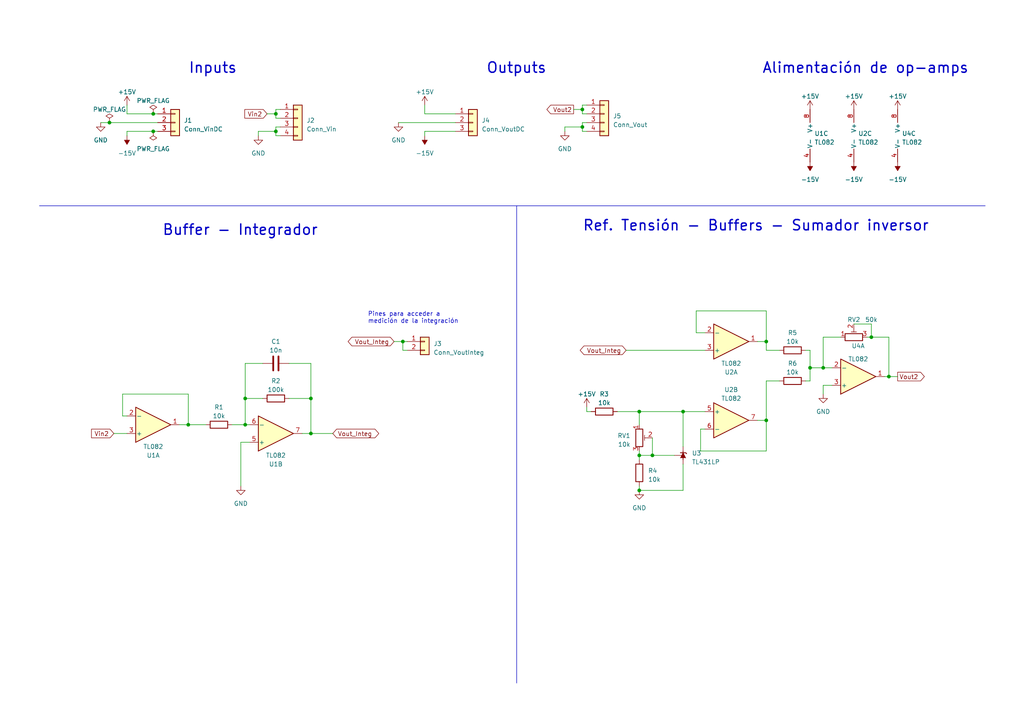
<source format=kicad_sch>
(kicad_sch (version 20230121) (generator eeschema)
  (paper "A4")
  (lib_symbols
    (symbol "Amplifier_Operational:TL082" (pin_names (offset 0.127))
      (property "Reference" "U" (at 0 5.08 0))
      (property "Value" "TL082" (at 0 -5.08 0))
      (symbol "TL082_1_1"
        (polyline (pts (xy -5.08 5.08) (xy 5.08 0) (xy -5.08 -5.08) (xy -5.08 5.08)) (stroke (width 0.254)) (fill (type background)))
        (pin output line (at 7.62 0 180) (length 2.54) (name "~") (number "1"))
        (pin input line (at -7.62 -2.54 0) (length 2.54) (name "-") (number "2"))
        (pin input line (at -7.62 2.54 0) (length 2.54) (name "+") (number "3"))
      )
      (symbol "TL082_2_1"
        (polyline (pts (xy -5.08 5.08) (xy 5.08 0) (xy -5.08 -5.08) (xy -5.08 5.08)) (stroke (width 0.254)) (fill (type background)))
        (pin input line (at -7.62 2.54 0) (length 2.54) (name "+") (number "5"))
        (pin input line (at -7.62 -2.54 0) (length 2.54) (name "-") (number "6"))
        (pin output line (at 7.62 0 180) (length 2.54) (name "~") (number "7"))
      )
      (symbol "TL082_3_1"
        (pin power_in line (at -2.54 -7.62 90) (length 3.81) (name "V-") (number "4"))
        (pin power_in line (at -2.54 7.62 270) (length 3.81) (name "V+") (number "8"))
      )
    )
    (symbol "Connector_Generic:Conn_01x02" (pin_names (offset 1.016) hide)
      (property "Reference" "J" (at 0 2.54 0))
      (property "Value" "Conn_01x02" (at 0 -5.08 0))
      (symbol "Conn_01x02_1_1"
        (rectangle (start -1.27 -2.413) (end 0 -2.667) (stroke (width 0.1524)))
        (rectangle (start -1.27 0.127) (end 0 -0.127) (stroke (width 0.1524)))
        (rectangle (start -1.27 1.27) (end 1.27 -3.81) (stroke (width 0.254)) (fill (type background)))
        (pin passive line (at -5.08 0 0) (length 3.81) (name "Pin_1") (number "1"))
        (pin passive line (at -5.08 -2.54 0) (length 3.81) (name "Pin_2") (number "2"))
      )
    )
    (symbol "Connector_Generic:Conn_01x03" (pin_names (offset 1.016) hide)
      (property "Reference" "J" (at 0 5.08 0))
      (property "Value" "Conn_01x03" (at 0 -5.08 0))
      (symbol "Conn_01x03_1_1"
        (rectangle (start -1.27 -2.413) (end 0 -2.667) (stroke (width 0.1524)))
        (rectangle (start -1.27 0.127) (end 0 -0.127) (stroke (width 0.1524)))
        (rectangle (start -1.27 2.667) (end 0 2.413) (stroke (width 0.1524)))
        (rectangle (start -1.27 3.81) (end 1.27 -3.81) (stroke (width 0.254)) (fill (type background)))
        (pin passive line (at -5.08 2.54 0) (length 3.81) (name "Pin_1") (number "1"))
        (pin passive line (at -5.08 0 0) (length 3.81) (name "Pin_2") (number "2"))
        (pin passive line (at -5.08 -2.54 0) (length 3.81) (name "Pin_3") (number "3"))
      )
    )
    (symbol "Connector_Generic:Conn_01x04" (pin_names (offset 1.016) hide)
      (property "Reference" "J" (at 0 5.08 0))
      (property "Value" "Conn_01x04" (at 0 -7.62 0))
      (symbol "Conn_01x04_1_1"
        (rectangle (start -1.27 -4.953) (end 0 -5.207) (stroke (width 0.1524)))
        (rectangle (start -1.27 -2.413) (end 0 -2.667) (stroke (width 0.1524)))
        (rectangle (start -1.27 0.127) (end 0 -0.127) (stroke (width 0.1524)))
        (rectangle (start -1.27 2.667) (end 0 2.413) (stroke (width 0.1524)))
        (rectangle (start -1.27 3.81) (end 1.27 -6.35) (stroke (width 0.254)) (fill (type background)))
        (pin passive line (at -5.08 2.54 0) (length 3.81) (name "Pin_1") (number "1"))
        (pin passive line (at -5.08 0 0) (length 3.81) (name "Pin_2") (number "2"))
        (pin passive line (at -5.08 -2.54 0) (length 3.81) (name "Pin_3") (number "3"))
        (pin passive line (at -5.08 -5.08 0) (length 3.81) (name "Pin_4") (number "4"))
      )
    )
    (symbol "Device:C" (pin_numbers hide) (pin_names (offset 0.254))
      (property "Reference" "C" (at 0.635 2.54 0))
      (property "Value" "C" (at 0.635 -2.54 0))
      (symbol "C_0_1"
        (polyline (pts (xy -2.032 -0.762) (xy 2.032 -0.762)) (stroke (width 0.508)))
        (polyline (pts (xy -2.032 0.762) (xy 2.032 0.762)) (stroke (width 0.508)))
      )
      (symbol "C_1_1"
        (pin passive line (at 0 3.81 270) (length 2.794) (name "~") (number "1"))
        (pin passive line (at 0 -3.81 90) (length 2.794) (name "~") (number "2"))
      )
    )
    (symbol "Device:R" (pin_numbers hide) (pin_names (offset 0))
      (property "Reference" "R" (at 2.032 0 90))
      (property "Value" "R" (at 0 0 90))
      (symbol "R_0_1"
        (rectangle (start -1.016 -2.54) (end 1.016 2.54) (stroke (width 0.254)))
      )
      (symbol "R_1_1"
        (pin passive line (at 0 3.81 270) (length 1.27) (name "~") (number "1"))
        (pin passive line (at 0 -3.81 90) (length 1.27) (name "~") (number "2"))
      )
    )
    (symbol "Device:R_Potentiometer_Trim" (pin_names (offset 1.016) hide)
      (property "Reference" "RV" (at -4.445 0 90))
      (property "Value" "R_Potentiometer_Trim" (at -2.54 0 90))
      (symbol "R_Potentiometer_Trim_0_1"
        (polyline (pts (xy 1.524 0.762) (xy 1.524 -0.762)))
        (polyline (pts (xy 2.54 0) (xy 1.524 0)))
        (rectangle (start 1.016 2.54) (end -1.016 -2.54) (stroke (width 0.254)))
      )
      (symbol "R_Potentiometer_Trim_1_1"
        (pin passive line (at 0 3.81 270) (length 1.27) (name "1") (number "1"))
        (pin passive line (at 3.81 0 180) (length 1.27) (name "2") (number "2"))
        (pin passive line (at 0 -3.81 90) (length 1.27) (name "3") (number "3"))
      )
    )
    (symbol "Reference_Voltage:TL431LP" (pin_numbers hide) (pin_names hide)
      (property "Reference" "U" (at -2.54 2.54 0))
      (property "Value" "TL431LP" (at 0 -2.54 0))
      (symbol "TL431LP_0_1"
        (polyline (pts (xy -1.27 0) (xy 0 0) (xy 1.27 0)))
        (polyline (pts (xy -0.762 0.762) (xy 0.762 0) (xy -0.762 -0.762)) (fill (type outline)))
        (polyline (pts (xy 0.508 -1.016) (xy 0.762 -0.762) (xy 0.762 0.762) (xy 0.762 0.762)) (stroke (width 0.254)))
      )
      (symbol "TL431LP_1_1"
        (pin passive line (at 0 2.54 270) (length 2.54) (name "REF") (number "1"))
        (pin passive line (at -2.54 0 0) (length 2.54) (name "A") (number "2"))
        (pin passive line (at 2.54 0 180) (length 2.54) (name "K") (number "3"))
      )
    )
    (symbol "power:+15V" (power) (pin_names (offset 0))
      (property "Value" "+15V" (at 0 3.556 0))
      (symbol "+15V_0_1"
        (polyline (pts (xy -0.762 1.27) (xy 0 2.54)))
        (polyline (pts (xy 0 0) (xy 0 2.54)))
        (polyline (pts (xy 0 2.54) (xy 0.762 1.27)))
      )
      (symbol "+15V_1_1"
        (pin power_in line (at 0 0 90) (length 0) hide (name "+15V") (number "1"))
      )
    )
    (symbol "power:-15V" (power) (pin_names (offset 0))
      (property "Value" "-15V" (at 0 3.81 0))
      (symbol "-15V_0_0"
        (pin power_in line (at 0 0 90) (length 0) hide (name "-15V") (number "1"))
      )
      (symbol "-15V_0_1"
        (polyline (pts (xy 0 0) (xy 0 1.27) (xy 0.762 1.27) (xy 0 2.54) (xy -0.762 1.27) (xy 0 1.27)) (fill (type outline)))
      )
    )
    (symbol "power:GND" (power) (pin_names (offset 0))
      (property "Value" "GND" (at 0 -3.81 0))
      (symbol "GND_0_1"
        (polyline (pts (xy 0 0) (xy 0 -1.27) (xy 1.27 -1.27) (xy 0 -2.54) (xy -1.27 -1.27) (xy 0 -1.27)))
      )
      (symbol "GND_1_1"
        (pin power_in line (at 0 0 270) (length 0) hide (name "GND") (number "1"))
      )
    )
    (symbol "power:PWR_FLAG" (power) (pin_numbers hide) (pin_names (offset 0) hide)
      (property "Value" "PWR_FLAG" (at 0 3.81 0))
      (symbol "PWR_FLAG_0_0"
        (pin power_out line (at 0 0 90) (length 0) (name "pwr") (number "1"))
      )
      (symbol "PWR_FLAG_0_1"
        (polyline (pts (xy 0 0) (xy 0 1.27) (xy -1.016 1.905) (xy 0 2.54) (xy 1.016 1.905) (xy 0 1.27)))
      )
    )
  )
  (junction (at 222.25 121.92))
  (junction (at 31.75 35.56))
  (junction (at 185.42 119.38))
  (junction (at 168.91 31.75))
  (junction (at 238.76 106.68))
  (junction (at 116.84 99.06))
  (junction (at 90.17 115.57))
  (junction (at 54.61 123.19))
  (junction (at 185.42 142.24))
  (junction (at 222.25 99.06))
  (junction (at 189.23 132.08))
  (junction (at 71.12 115.57))
  (junction (at 257.81 109.22))
  (junction (at 90.17 125.73))
  (junction (at 252.73 97.79))
  (junction (at 185.42 132.08))
  (junction (at 80.01 38.1))
  (junction (at 44.45 38.1))
  (junction (at 80.01 33.02))
  (junction (at 198.12 119.38))
  (junction (at 71.12 123.19))
  (junction (at 168.91 36.83))
  (junction (at 44.45 33.02))
  (junction (at 234.95 106.68))
  (wire (pts (xy 201.93 96.52) (xy 204.47 96.52)))
  (wire (pts (xy 222.25 90.17) (xy 201.93 90.17)))
  (wire (pts (xy 222.25 99.06) (xy 222.25 90.17)))
  (wire (pts (xy 185.42 140.97) (xy 185.42 142.24)))
  (wire (pts (xy 76.2 105.41) (xy 71.12 105.41)))
  (wire (pts (xy 90.17 105.41) (xy 90.17 115.57)))
  (polyline (pts (xy 149.86 59.69) (xy 149.86 198.12)))
  (wire (pts (xy 257.81 97.79) (xy 257.81 109.22)))
  (wire (pts (xy 163.83 36.83) (xy 163.83 38.1)))
  (wire (pts (xy 31.75 35.56) (xy 45.72 35.56)))
  (wire (pts (xy 189.23 127) (xy 189.23 132.08)))
  (wire (pts (xy 87.63 125.73) (xy 90.17 125.73)))
  (wire (pts (xy 203.2 130.81) (xy 222.25 130.81)))
  (wire (pts (xy 219.71 121.92) (xy 222.25 121.92)))
  (wire (pts (xy 114.3 99.06) (xy 116.84 99.06)))
  (wire (pts (xy 185.42 130.81) (xy 185.42 132.08)))
  (wire (pts (xy 166.37 31.75) (xy 168.91 31.75)))
  (wire (pts (xy 54.61 123.19) (xy 52.07 123.19)))
  (wire (pts (xy 35.56 114.3) (xy 54.61 114.3)))
  (wire (pts (xy 36.83 39.37) (xy 36.83 38.1)))
  (wire (pts (xy 222.25 121.92) (xy 222.25 130.81)))
  (wire (pts (xy 198.12 119.38) (xy 185.42 119.38)))
  (wire (pts (xy 185.42 132.08) (xy 189.23 132.08)))
  (wire (pts (xy 35.56 120.65) (xy 35.56 114.3)))
  (wire (pts (xy 90.17 125.73) (xy 96.52 125.73)))
  (wire (pts (xy 252.73 97.79) (xy 257.81 97.79)))
  (wire (pts (xy 179.07 119.38) (xy 185.42 119.38)))
  (wire (pts (xy 234.95 101.6) (xy 234.95 106.68)))
  (wire (pts (xy 123.19 33.02) (xy 132.08 33.02)))
  (wire (pts (xy 33.02 125.73) (xy 36.83 125.73)))
  (wire (pts (xy 54.61 123.19) (xy 59.69 123.19)))
  (wire (pts (xy 36.83 120.65) (xy 35.56 120.65)))
  (wire (pts (xy 170.18 33.02) (xy 168.91 33.02)))
  (wire (pts (xy 168.91 38.1) (xy 168.91 36.83)))
  (wire (pts (xy 44.45 33.02) (xy 45.72 33.02)))
  (wire (pts (xy 198.12 142.24) (xy 185.42 142.24)))
  (wire (pts (xy 238.76 106.68) (xy 241.3 106.68)))
  (wire (pts (xy 81.28 34.29) (xy 80.01 34.29)))
  (wire (pts (xy 80.01 36.83) (xy 81.28 36.83)))
  (wire (pts (xy 226.06 110.49) (xy 222.25 110.49)))
  (wire (pts (xy 44.45 38.1) (xy 45.72 38.1)))
  (wire (pts (xy 222.25 110.49) (xy 222.25 121.92)))
  (wire (pts (xy 185.42 132.08) (xy 185.42 133.35)))
  (wire (pts (xy 168.91 36.83) (xy 168.91 35.56)))
  (wire (pts (xy 118.11 101.6) (xy 116.84 101.6)))
  (wire (pts (xy 251.46 97.79) (xy 252.73 97.79)))
  (wire (pts (xy 189.23 132.08) (xy 195.58 132.08)))
  (wire (pts (xy 238.76 97.79) (xy 238.76 106.68)))
  (wire (pts (xy 36.83 38.1) (xy 44.45 38.1)))
  (wire (pts (xy 36.83 33.02) (xy 44.45 33.02)))
  (wire (pts (xy 170.18 118.11) (xy 170.18 119.38)))
  (wire (pts (xy 219.71 99.06) (xy 222.25 99.06)))
  (wire (pts (xy 116.84 99.06) (xy 118.11 99.06)))
  (wire (pts (xy 203.2 124.46) (xy 203.2 130.81)))
  (wire (pts (xy 123.19 39.37) (xy 123.19 38.1)))
  (wire (pts (xy 243.84 97.79) (xy 238.76 97.79)))
  (wire (pts (xy 234.95 106.68) (xy 238.76 106.68)))
  (wire (pts (xy 83.82 105.41) (xy 90.17 105.41)))
  (wire (pts (xy 123.19 38.1) (xy 132.08 38.1)))
  (wire (pts (xy 168.91 30.48) (xy 170.18 30.48)))
  (wire (pts (xy 226.06 101.6) (xy 222.25 101.6)))
  (wire (pts (xy 257.81 109.22) (xy 260.35 109.22)))
  (wire (pts (xy 238.76 111.76) (xy 238.76 114.3)))
  (wire (pts (xy 80.01 39.37) (xy 80.01 38.1)))
  (wire (pts (xy 71.12 115.57) (xy 71.12 123.19)))
  (wire (pts (xy 72.39 128.27) (xy 69.85 128.27)))
  (wire (pts (xy 171.45 119.38) (xy 170.18 119.38)))
  (wire (pts (xy 123.19 33.02) (xy 123.19 30.48)))
  (wire (pts (xy 201.93 90.17) (xy 201.93 96.52)))
  (wire (pts (xy 29.21 35.56) (xy 31.75 35.56)))
  (wire (pts (xy 168.91 33.02) (xy 168.91 31.75)))
  (wire (pts (xy 198.12 119.38) (xy 204.47 119.38)))
  (wire (pts (xy 234.95 106.68) (xy 234.95 110.49)))
  (wire (pts (xy 83.82 115.57) (xy 90.17 115.57)))
  (wire (pts (xy 77.47 33.02) (xy 80.01 33.02)))
  (wire (pts (xy 247.65 93.98) (xy 252.73 93.98)))
  (wire (pts (xy 204.47 124.46) (xy 203.2 124.46)))
  (wire (pts (xy 74.93 38.1) (xy 80.01 38.1)))
  (wire (pts (xy 76.2 115.57) (xy 71.12 115.57)))
  (wire (pts (xy 74.93 38.1) (xy 74.93 39.37)))
  (wire (pts (xy 80.01 34.29) (xy 80.01 33.02)))
  (wire (pts (xy 163.83 36.83) (xy 168.91 36.83)))
  (wire (pts (xy 90.17 115.57) (xy 90.17 125.73)))
  (wire (pts (xy 80.01 33.02) (xy 80.01 31.75)))
  (wire (pts (xy 81.28 39.37) (xy 80.01 39.37)))
  (wire (pts (xy 238.76 111.76) (xy 241.3 111.76)))
  (wire (pts (xy 252.73 93.98) (xy 252.73 97.79)))
  (wire (pts (xy 198.12 129.54) (xy 198.12 119.38)))
  (wire (pts (xy 181.61 101.6) (xy 204.47 101.6)))
  (wire (pts (xy 170.18 38.1) (xy 168.91 38.1)))
  (wire (pts (xy 67.31 123.19) (xy 71.12 123.19)))
  (wire (pts (xy 185.42 119.38) (xy 185.42 123.19)))
  (wire (pts (xy 233.68 110.49) (xy 234.95 110.49)))
  (wire (pts (xy 116.84 101.6) (xy 116.84 99.06)))
  (wire (pts (xy 54.61 114.3) (xy 54.61 123.19)))
  (wire (pts (xy 71.12 105.41) (xy 71.12 115.57)))
  (wire (pts (xy 198.12 134.62) (xy 198.12 142.24)))
  (wire (pts (xy 168.91 35.56) (xy 170.18 35.56)))
  (wire (pts (xy 222.25 101.6) (xy 222.25 99.06)))
  (wire (pts (xy 168.91 31.75) (xy 168.91 30.48)))
  (wire (pts (xy 115.57 35.56) (xy 132.08 35.56)))
  (wire (pts (xy 80.01 31.75) (xy 81.28 31.75)))
  (wire (pts (xy 69.85 128.27) (xy 69.85 140.97)))
  (wire (pts (xy 256.54 109.22) (xy 257.81 109.22)))
  (wire (pts (xy 36.83 33.02) (xy 36.83 30.48)))
  (wire (pts (xy 234.95 101.6) (xy 233.68 101.6)))
  (wire (pts (xy 71.12 123.19) (xy 72.39 123.19)))
  (polyline (pts (xy 11.43 59.69) (xy 285.75 59.69)))
  (wire (pts (xy 80.01 38.1) (xy 80.01 36.83)))
  (text "Pines para acceder a\nmedición de la integración" (at 106.68 93.98 0) (effects (font (size 1.27 1.27)) (justify left bottom)))
  (text "Inputs" (at 54.61 21.59 0) (effects (font (size 3 3) (thickness 0.4) bold) (justify left bottom)))
  (text "Outputs" (at 140.97 21.59 0) (effects (font (size 3 3) (thickness 0.4) bold) (justify left bottom)))
  (text "Alimentación de op-amps\n" (at 220.98 21.59 0) (effects (font (size 3 3) (thickness 0.4) bold) (justify left bottom)))
  (text "Buffer - Integrador" (at 46.99 68.58 0) (effects (font (size 3 3) (thickness 0.4) bold) (justify left bottom)))
  (text "Ref. Tensión - Buffers - Sumador inversor\n" (at 168.91 67.31 0) (effects (font (size 3 3) (thickness 0.4) bold) (justify left bottom)))
  (global_label "Vout2" (shape output) (at 260.35 109.22 0) (property "Intersheetrefs" "${INTERSHEET_REFS}" (effects hide)))
  (global_label "Vout_Integ" (shape bidirectional) (at 96.52 125.73 0) (property "Intersheetrefs" "${INTERSHEET_REFS}" (effects hide)))
  (global_label "Vout_Integ" (shape bidirectional) (at 114.3 99.06 180) (property "Intersheetrefs" "${INTERSHEET_REFS}" (effects hide)))
  (global_label "Vout_Integ" (shape bidirectional) (at 181.61 101.6 180) (property "Intersheetrefs" "${INTERSHEET_REFS}" (effects hide)))
  (global_label "Vout2" (shape output) (at 166.37 31.75 180) (property "Intersheetrefs" "${INTERSHEET_REFS}" (effects hide)))
  (global_label "Vin2" (shape input) (at 33.02 125.73 180) (property "Intersheetrefs" "${INTERSHEET_REFS}" (effects hide)))
  (global_label "Vin2" (shape input) (at 77.47 33.02 180) (property "Intersheetrefs" "${INTERSHEET_REFS}" (effects hide)))
  (symbol (lib_id "power:GND") (at 185.42 142.24 0) (unit 1)
    (property "Reference" "#PWR010" (effects hide))
    (property "Value" "GND" (at 185.42 147.32 0))
  )
  (symbol (lib_id "Amplifier_Operational:TL082") (at 212.09 121.92 0) (unit 2)
    (property "Reference" "U2" (at 212.09 113.03 0))
    (property "Value" "TL082" (at 212.09 115.57 0))
    (property "Footprint" "Package_DIP:DIP-8_W7.62mm" (effects hide))
    (property "Datasheet" "http://www.ti.com/lit/ds/symlink/tl081.pdf" (effects hide))
  )
  (symbol (lib_id "Device:R") (at 63.5 123.19 90) (unit 1)
    (property "Reference" "R1" (at 63.5 118.11 90))
    (property "Value" "10k" (at 63.5 120.65 90))
    (property "Footprint" "Resistor_THT:R_Axial_DIN0207_L6.3mm_D2.5mm_P7.62mm_Horizontal" (effects hide))
  )
  (symbol (lib_id "Connector_Generic:Conn_01x04") (at 86.36 34.29 0) (unit 1)
    (property "Reference" "J2" (at 88.9 34.925 0) (effects (justify left)))
    (property "Value" "Conn_Vin" (at 88.9 37.465 0) (effects (justify left)))
    (property "Footprint" "Connector_PinHeader_2.54mm:PinHeader_1x04_P2.54mm_Vertical" (effects hide))
  )
  (symbol (lib_id "power:GND") (at 74.93 39.37 0) (unit 1)
    (property "Reference" "#PWR07" (effects hide))
    (property "Value" "GND" (at 74.93 44.45 0))
  )
  (symbol (lib_id "power:GND") (at 29.21 35.56 0) (unit 1)
    (property "Reference" "#PWR01" (effects hide))
    (property "Value" "GND" (at 29.21 40.64 0))
  )
  (symbol (lib_id "power:-15V") (at 260.35 46.99 180) (unit 1)
    (property "Reference" "#PWR018" (effects hide))
    (property "Value" "-15V" (at 260.35 52.07 0))
  )
  (symbol (lib_id "power:-15V") (at 247.65 46.99 180) (unit 1)
    (property "Reference" "#PWR014" (effects hide))
    (property "Value" "-15V" (at 247.65 52.07 0))
  )
  (symbol (lib_id "power:-15V") (at 123.19 39.37 180) (unit 1)
    (property "Reference" "#PWR012" (effects hide))
    (property "Value" "-15V" (at 123.19 44.45 0))
  )
  (symbol (lib_id "power:-15V") (at 234.95 46.99 180) (unit 1)
    (property "Reference" "#PWR05" (effects hide))
    (property "Value" "-15V" (at 234.95 52.07 0))
  )
  (symbol (lib_id "Connector_Generic:Conn_01x04") (at 175.26 33.02 0) (unit 1)
    (property "Reference" "J5" (at 177.8 33.655 0) (effects (justify left)))
    (property "Value" "Conn_Vout" (at 177.8 36.195 0) (effects (justify left)))
    (property "Footprint" "Connector_PinHeader_2.54mm:PinHeader_1x04_P2.54mm_Vertical" (effects hide))
  )
  (symbol (lib_id "Device:C") (at 80.01 105.41 90) (unit 1)
    (property "Reference" "C1" (at 80.01 99.06 90))
    (property "Value" "10n" (at 80.01 101.6 90))
    (property "Footprint" "Capacitor_THT:C_Disc_D6.0mm_W2.5mm_P5.00mm" (effects hide))
  )
  (symbol (lib_id "power:PWR_FLAG") (at 31.75 35.56 0) (unit 1)
    (property "Reference" "#FLG01" (effects hide))
    (property "Value" "PWR_FLAG" (at 31.75 31.75 0))
  )
  (symbol (lib_id "Device:R_Potentiometer_Trim") (at 247.65 97.79 90) (unit 1)
    (property "Reference" "RV2" (at 247.65 92.71 90))
    (property "Value" "50k" (at 252.73 92.71 90))
    (property "Footprint" "Potentiometer_THT:Potentiometer_Bourns_3296W_Vertical" (effects hide))
  )
  (symbol (lib_id "power:PWR_FLAG") (at 44.45 38.1 180) (unit 1)
    (property "Reference" "#FLG03" (effects hide))
    (property "Value" "PWR_FLAG" (at 44.45 43.18 0))
  )
  (symbol (lib_id "power:GND") (at 163.83 38.1 0) (unit 1)
    (property "Reference" "#PWR015" (effects hide))
    (property "Value" "GND" (at 163.83 43.18 0))
  )
  (symbol (lib_id "Device:R") (at 229.87 101.6 270) (unit 1)
    (property "Reference" "R5" (at 229.87 96.52 90))
    (property "Value" "10k" (at 229.87 99.06 90))
    (property "Footprint" "Resistor_THT:R_Axial_DIN0207_L6.3mm_D2.5mm_P7.62mm_Horizontal" (effects hide))
  )
  (symbol (lib_id "Amplifier_Operational:TL082") (at 80.01 125.73 0) (mirror x) (unit 2)
    (property "Reference" "U1" (at 80.01 134.62 0))
    (property "Value" "TL082" (at 80.01 132.08 0))
    (property "Footprint" "Package_DIP:DIP-8_W7.62mm" (effects hide))
    (property "Datasheet" "http://www.ti.com/lit/ds/symlink/tl081.pdf" (effects hide))
  )
  (symbol (lib_id "Device:R") (at 80.01 115.57 90) (unit 1)
    (property "Reference" "R2" (at 80.01 110.49 90))
    (property "Value" "100k" (at 80.01 113.03 90))
    (property "Footprint" "Resistor_THT:R_Axial_DIN0207_L6.3mm_D2.5mm_P7.62mm_Horizontal" (effects hide))
  )
  (symbol (lib_id "Amplifier_Operational:TL082") (at 248.92 109.22 0) (mirror x) (unit 1)
    (property "Reference" "U4" (at 248.92 100.33 0))
    (property "Value" "TL082" (at 248.92 104.14 0))
    (property "Datasheet" "http://www.ti.com/lit/ds/symlink/tl081.pdf" (effects hide))
  )
  (symbol (lib_id "Device:R") (at 229.87 110.49 270) (unit 1)
    (property "Reference" "R6" (at 229.87 105.41 90))
    (property "Value" "10k" (at 229.87 107.95 90))
    (property "Footprint" "Resistor_THT:R_Axial_DIN0207_L6.3mm_D2.5mm_P7.62mm_Horizontal" (effects hide))
  )
  (symbol (lib_id "Device:R") (at 175.26 119.38 270) (unit 1)
    (property "Reference" "R3" (at 175.26 114.3 90))
    (property "Value" "10k" (at 175.26 116.84 90))
    (property "Footprint" "Resistor_THT:R_Axial_DIN0207_L6.3mm_D2.5mm_P7.62mm_Horizontal" (effects hide))
  )
  (symbol (lib_id "power:GND") (at 69.85 140.97 0) (unit 1)
    (property "Reference" "#PWR06" (effects hide))
    (property "Value" "GND" (at 69.85 146.05 0))
  )
  (symbol (lib_id "Connector_Generic:Conn_01x03") (at 50.8 35.56 0) (unit 1)
    (property "Reference" "J1" (at 53.34 34.925 0) (effects (justify left)))
    (property "Value" "Conn_VinDC" (at 53.34 37.465 0) (effects (justify left)))
    (property "Footprint" "Connector_PinHeader_2.54mm:PinHeader_1x03_P2.54mm_Vertical" (effects hide))
  )
  (symbol (lib_id "power:+15V") (at 260.35 31.75 0) (unit 1)
    (property "Reference" "#PWR017" (effects hide))
    (property "Value" "+15V" (at 260.35 27.94 0))
  )
  (symbol (lib_id "Device:R") (at 185.42 137.16 0) (unit 1)
    (property "Reference" "R4" (at 187.96 136.525 0) (effects (justify left)))
    (property "Value" "10k" (at 187.96 139.065 0) (effects (justify left)))
    (property "Footprint" "Resistor_THT:R_Axial_DIN0207_L6.3mm_D2.5mm_P7.62mm_Horizontal" (effects hide))
  )
  (symbol (lib_id "Connector_Generic:Conn_01x02") (at 123.19 99.06 0) (unit 1)
    (property "Reference" "J3" (at 125.73 99.695 0) (effects (justify left)))
    (property "Value" "Conn_VoutInteg" (at 125.73 102.235 0) (effects (justify left)))
    (property "Footprint" "Connector_PinHeader_2.54mm:PinHeader_1x02_P2.54mm_Vertical" (effects hide))
  )
  (symbol (lib_id "power:PWR_FLAG") (at 44.45 33.02 0) (unit 1)
    (property "Reference" "#FLG02" (effects hide))
    (property "Value" "PWR_FLAG" (at 44.45 29.21 0))
  )
  (symbol (lib_id "Device:R_Potentiometer_Trim") (at 185.42 127 0) (unit 1)
    (property "Reference" "RV1" (at 182.88 126.365 0) (effects (justify right)))
    (property "Value" "10k" (at 182.88 128.905 0) (effects (justify right)))
    (property "Footprint" "Potentiometer_THT:Potentiometer_Bourns_3296W_Vertical" (effects hide))
  )
  (symbol (lib_id "power:-15V") (at 36.83 39.37 180) (unit 1)
    (property "Reference" "#PWR03" (effects hide))
    (property "Value" "-15V" (at 36.83 44.45 0))
  )
  (symbol (lib_id "power:+15V") (at 234.95 31.75 0) (unit 1)
    (property "Reference" "#PWR04" (effects hide))
    (property "Value" "+15V" (at 234.95 27.94 0))
  )
  (symbol (lib_id "Amplifier_Operational:TL082") (at 250.19 39.37 0) (unit 3)
    (property "Reference" "U2" (at 248.92 38.735 0) (effects (justify left)))
    (property "Value" "TL082" (at 248.92 41.275 0) (effects (justify left)))
    (property "Footprint" "Package_DIP:DIP-8_W7.62mm" (effects hide))
    (property "Datasheet" "http://www.ti.com/lit/ds/symlink/tl081.pdf" (effects hide))
  )
  (symbol (lib_id "power:+15V") (at 170.18 118.11 0) (unit 1)
    (property "Reference" "#PWR08" (effects hide))
    (property "Value" "+15V" (at 170.18 114.3 0))
  )
  (symbol (lib_id "Reference_Voltage:TL431LP") (at 198.12 132.08 90) (unit 1)
    (property "Reference" "U3" (at 200.66 131.445 90) (effects (justify right)))
    (property "Value" "TL431LP" (at 200.66 133.985 90) (effects (justify right)))
    (property "Footprint" "Package_TO_SOT_THT:TO-92_Inline" (effects hide))
    (property "Datasheet" "http://www.ti.com/lit/ds/symlink/tl431.pdf" (effects hide))
  )
  (symbol (lib_id "Amplifier_Operational:TL082") (at 44.45 123.19 0) (mirror x) (unit 1)
    (property "Reference" "U1" (at 44.45 132.08 0))
    (property "Value" "TL082" (at 44.45 129.54 0))
    (property "Footprint" "Package_DIP:DIP-8_W7.62mm" (effects hide))
    (property "Datasheet" "http://www.ti.com/lit/ds/symlink/tl081.pdf" (effects hide))
  )
  (symbol (lib_id "power:GND") (at 238.76 114.3 0) (unit 1)
    (property "Reference" "#PWR016" (effects hide))
    (property "Value" "GND" (at 238.76 119.38 0))
  )
  (symbol (lib_id "Amplifier_Operational:TL082") (at 212.09 99.06 0) (mirror x) (unit 1)
    (property "Reference" "U2" (at 212.09 107.95 0))
    (property "Value" "TL082" (at 212.09 105.41 0))
    (property "Footprint" "Package_DIP:DIP-8_W7.62mm" (effects hide))
    (property "Datasheet" "http://www.ti.com/lit/ds/symlink/tl081.pdf" (effects hide))
  )
  (symbol (lib_id "Amplifier_Operational:TL082") (at 262.89 39.37 0) (unit 3)
    (property "Reference" "U4" (at 261.62 38.735 0) (effects (justify left)))
    (property "Value" "TL082" (at 261.62 41.275 0) (effects (justify left)))
    (property "Footprint" "Package_DIP:DIP-8_W7.62mm" (effects hide))
    (property "Datasheet" "http://www.ti.com/lit/ds/symlink/tl081.pdf" (effects hide))
  )
  (symbol (lib_id "Amplifier_Operational:TL082") (at 237.49 39.37 0) (unit 3)
    (property "Reference" "U1" (at 236.22 38.735 0) (effects (justify left)))
    (property "Value" "TL082" (at 236.22 41.275 0) (effects (justify left)))
    (property "Footprint" "Package_DIP:DIP-8_W7.62mm" (effects hide))
    (property "Datasheet" "http://www.ti.com/lit/ds/symlink/tl081.pdf" (effects hide))
  )
  (symbol (lib_id "power:+15V") (at 36.83 30.48 0) (unit 1)
    (property "Reference" "#PWR02" (effects hide))
    (property "Value" "+15V" (at 36.83 26.67 0))
  )
  (symbol (lib_id "power:GND") (at 115.57 35.56 0) (unit 1)
    (property "Reference" "#PWR09" (effects hide))
    (property "Value" "GND" (at 115.57 40.64 0))
  )
  (symbol (lib_id "Connector_Generic:Conn_01x03") (at 137.16 35.56 0) (unit 1)
    (property "Reference" "J4" (at 139.7 34.925 0) (effects (justify left)))
    (property "Value" "Conn_VoutDC" (at 139.7 37.465 0) (effects (justify left)))
    (property "Footprint" "Connector_PinHeader_2.54mm:PinHeader_1x03_P2.54mm_Vertical" (effects hide))
  )
  (symbol (lib_id "power:+15V") (at 123.19 30.48 0) (unit 1)
    (property "Reference" "#PWR011" (effects hide))
    (property "Value" "+15V" (at 123.19 26.67 0))
  )
  (symbol (lib_id "power:+15V") (at 247.65 31.75 0) (unit 1)
    (property "Reference" "#PWR013" (effects hide))
    (property "Value" "+15V" (at 247.65 27.94 0))
  )
)
</source>
